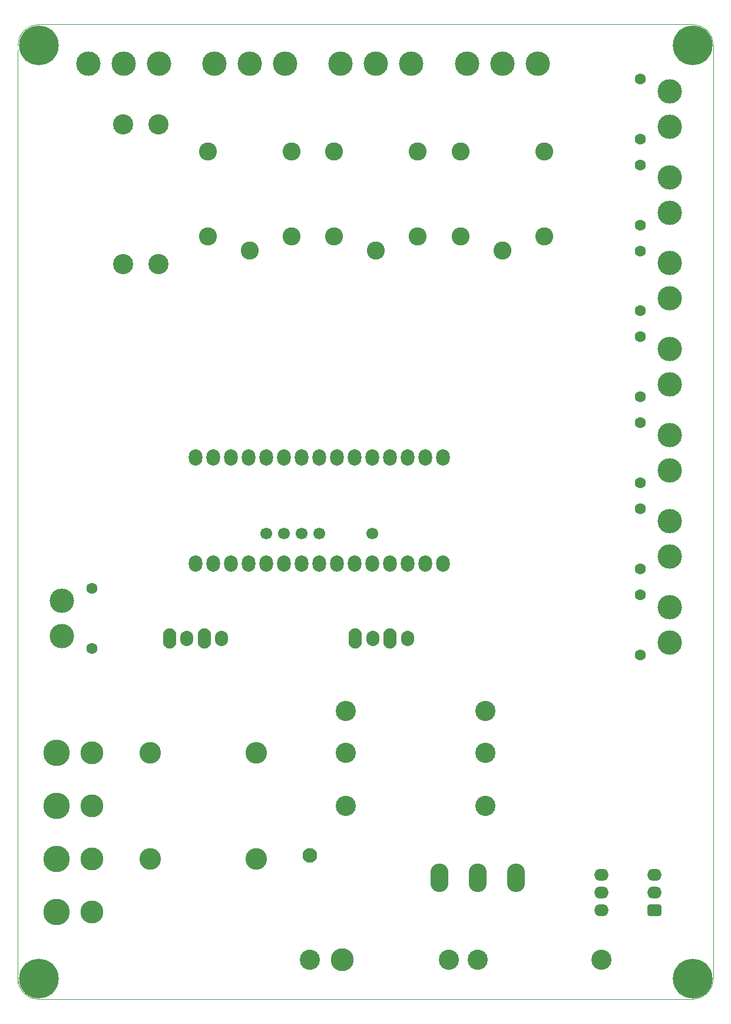
<source format=gbs>
G04*
G04 #@! TF.GenerationSoftware,Altium Limited,Altium Designer,24.7.2 (38)*
G04*
G04 Layer_Color=16711935*
%FSAX43Y43*%
%MOMM*%
G71*
G04*
G04 #@! TF.SameCoordinates,CBEA9559-B170-43FD-8457-18A981A7652A*
G04*
G04*
G04 #@! TF.FilePolarity,Negative*
G04*
G01*
G75*
%ADD12C,0.100*%
%ADD36C,2.100*%
%ADD37C,1.600*%
%ADD38C,3.500*%
%ADD39C,3.100*%
%ADD40C,2.900*%
%ADD41C,3.300*%
%ADD42C,1.700*%
%ADD43C,5.700*%
%ADD44C,3.800*%
%ADD45O,2.100X1.700*%
G04:AMPARAMS|DCode=46|XSize=2.1mm|YSize=1.7mm|CornerRadius=0.45mm|HoleSize=0mm|Usage=FLASHONLY|Rotation=180.000|XOffset=0mm|YOffset=0mm|HoleType=Round|Shape=RoundedRectangle|*
%AMROUNDEDRECTD46*
21,1,2.100,0.800,0,0,180.0*
21,1,1.200,1.700,0,0,180.0*
1,1,0.900,-0.600,0.400*
1,1,0.900,0.600,0.400*
1,1,0.900,0.600,-0.400*
1,1,0.900,-0.600,-0.400*
%
%ADD46ROUNDEDRECTD46*%
%ADD47O,2.600X4.100*%
%ADD48O,1.950X2.350*%
%ADD49O,1.900X2.900*%
%ADD50O,1.900X2.200*%
%ADD51C,2.600*%
D12*
X0499566Y0535195D02*
G03*
X0502566Y0538195I-0000000J0003000D01*
G01*
X0502566Y0672195D02*
G03*
X0499566Y0675195I-0003000J0000000D01*
G01*
X0405566Y0675195D02*
G03*
X0402566Y0672195I-0000000J-0003000D01*
G01*
X0402566Y0538195D02*
G03*
X0405566Y0535195I0003000J-0000000D01*
G01*
X0402566Y0537495D02*
X0402566Y0671495D01*
X0405566Y0535195D02*
X0499566Y0535195D01*
X0502566Y0538195D02*
X0502566Y0672195D01*
X0405566Y0675195D02*
X0499566Y0675195D01*
D36*
X0444541Y0555848D02*
D03*
Y0540848D02*
D03*
D37*
X0492011Y0584682D02*
D03*
Y0593292D02*
D03*
X0492011Y0646407D02*
D03*
Y0655017D02*
D03*
X0492011Y0658752D02*
D03*
X0492011Y0667362D02*
D03*
X0413223Y0594172D02*
D03*
Y0585562D02*
D03*
X0492011Y0634062D02*
D03*
Y0642672D02*
D03*
Y0597027D02*
D03*
Y0605637D02*
D03*
Y0609372D02*
D03*
Y0617982D02*
D03*
X0492011Y0621717D02*
D03*
Y0630327D02*
D03*
D38*
X0496311Y0591527D02*
D03*
Y0586447D02*
D03*
X0496311Y0653252D02*
D03*
Y0648172D02*
D03*
Y0665597D02*
D03*
X0496311Y0660517D02*
D03*
X0408923Y0587328D02*
D03*
X0408923Y0592408D02*
D03*
X0496311Y0640907D02*
D03*
Y0635827D02*
D03*
Y0603872D02*
D03*
Y0598792D02*
D03*
X0496311Y0616217D02*
D03*
X0496311Y0611137D02*
D03*
Y0628562D02*
D03*
X0496311Y0623482D02*
D03*
X0459139Y0669602D02*
D03*
X0454059D02*
D03*
X0448979D02*
D03*
X0440989Y0669602D02*
D03*
X0435909D02*
D03*
X0430829D02*
D03*
X0477289Y0669602D02*
D03*
X0472209D02*
D03*
X0467129D02*
D03*
X0422832Y0669569D02*
D03*
X0417752D02*
D03*
X0412672D02*
D03*
D39*
X0421601Y0570588D02*
D03*
X0436841D02*
D03*
Y0555348D02*
D03*
X0421601D02*
D03*
D40*
X0449741Y0562968D02*
D03*
X0469741D02*
D03*
Y0576608D02*
D03*
X0449741D02*
D03*
X0469741Y0570588D02*
D03*
X0449741Y0570588D02*
D03*
X0468641Y0540848D02*
D03*
X0486421D02*
D03*
X0444541D02*
D03*
X0464541D02*
D03*
X0417672Y0660819D02*
D03*
Y0640819D02*
D03*
X0422752Y0660819D02*
D03*
Y0640819D02*
D03*
D41*
X0449166Y0540848D02*
D03*
X0413221Y0547728D02*
D03*
Y0555348D02*
D03*
Y0562968D02*
D03*
Y0570588D02*
D03*
D42*
X0438301Y0602084D02*
D03*
X0440841Y0602084D02*
D03*
X0443381Y0602084D02*
D03*
X0445921Y0602084D02*
D03*
X0453541D02*
D03*
D43*
X0499566Y0538195D02*
D03*
X0405566Y0538195D02*
D03*
X0405566Y0672195D02*
D03*
X0499566D02*
D03*
D44*
X0408141Y0547728D02*
D03*
Y0562968D02*
D03*
Y0555348D02*
D03*
Y0570588D02*
D03*
D45*
X0486421Y0550522D02*
D03*
X0494041D02*
D03*
X0486421Y0547982D02*
D03*
Y0553062D02*
D03*
X0494041D02*
D03*
D46*
Y0547982D02*
D03*
D47*
X0468641Y0552643D02*
D03*
X0474141D02*
D03*
X0463141D02*
D03*
D48*
X0438301Y0613024D02*
D03*
X0428141D02*
D03*
X0430681Y0613024D02*
D03*
X0433221Y0613024D02*
D03*
X0435761Y0613024D02*
D03*
X0440841Y0613024D02*
D03*
X0443381Y0613024D02*
D03*
X0445921D02*
D03*
X0448461D02*
D03*
X0451001Y0613024D02*
D03*
X0453541Y0613024D02*
D03*
X0456081Y0613024D02*
D03*
X0458621Y0613024D02*
D03*
X0461161Y0613024D02*
D03*
X0463701D02*
D03*
X0428141Y0597784D02*
D03*
X0430681D02*
D03*
X0433221Y0597784D02*
D03*
X0435761Y0597784D02*
D03*
X0438301Y0597784D02*
D03*
X0440841D02*
D03*
X0443381D02*
D03*
X0445921Y0597784D02*
D03*
X0448461Y0597784D02*
D03*
X0451001D02*
D03*
X0453541D02*
D03*
X0456081Y0597784D02*
D03*
X0458621Y0597784D02*
D03*
X0461161Y0597784D02*
D03*
X0463701D02*
D03*
D49*
X0451081Y0587026D02*
D03*
X0456081D02*
D03*
X0429356Y0587049D02*
D03*
X0424356D02*
D03*
D50*
X0458581Y0587026D02*
D03*
X0453581D02*
D03*
X0426856Y0587049D02*
D03*
X0431856D02*
D03*
D51*
X0454059Y0642741D02*
D03*
X0448059Y0656941D02*
D03*
X0460059D02*
D03*
X0448059Y0644741D02*
D03*
X0460059D02*
D03*
X0435909Y0642741D02*
D03*
X0429909Y0656941D02*
D03*
X0441909D02*
D03*
X0429909Y0644741D02*
D03*
X0441909D02*
D03*
X0472209Y0642741D02*
D03*
X0466209Y0656941D02*
D03*
X0478209D02*
D03*
X0466209Y0644741D02*
D03*
X0478209D02*
D03*
M02*

</source>
